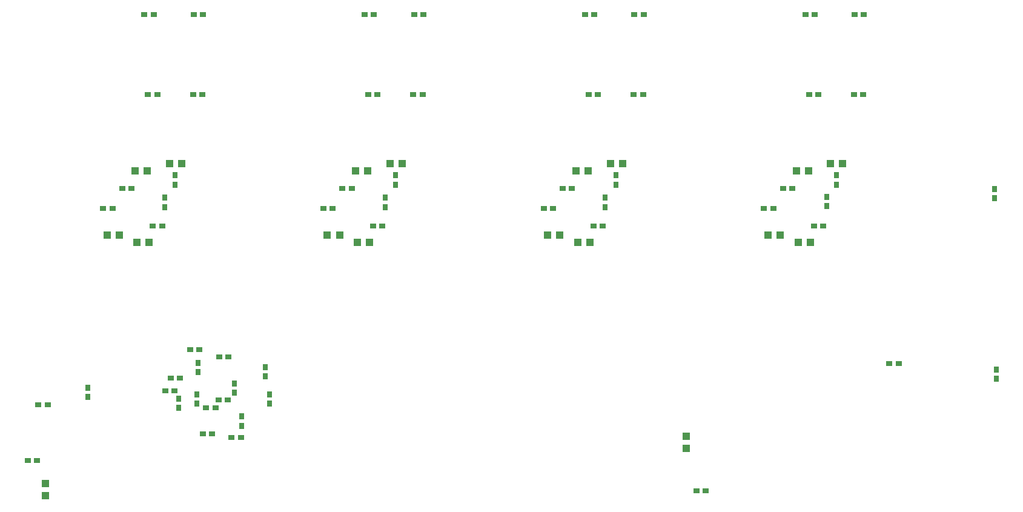
<source format=gbp>
%FSLAX24Y24*%
%MOIN*%
G70*
G01*
G75*
G04 Layer_Color=128*
G04 Layer_Color=128*
%ADD10R,0.0394X0.1083*%
%ADD11C,0.0177*%
%ADD12C,0.0197*%
%ADD13C,0.0400*%
%ADD14R,0.0866X0.0787*%
%ADD15R,0.0787X0.0866*%
%ADD16R,0.0945X0.1024*%
%ADD17R,0.0709X0.0630*%
%ADD18R,0.0433X0.0394*%
%ADD19R,0.0394X0.0433*%
%ADD20R,0.0512X0.0630*%
%ADD21R,0.0669X0.0177*%
%ADD22R,0.0669X0.0177*%
%ADD23R,0.0197X0.0591*%
%ADD24R,0.0630X0.0512*%
%ADD25R,0.0748X0.0197*%
%ADD26R,0.0197X0.0748*%
%ADD27R,0.0551X0.0787*%
%ADD28R,0.0807X0.0236*%
%ADD29O,0.0110X0.0394*%
%ADD30O,0.0394X0.0110*%
%ADD31R,0.0827X0.0354*%
%ADD32R,0.0827X0.0354*%
%ADD33R,0.1732X0.1441*%
%ADD34R,0.1024X0.0945*%
%ADD35R,0.0600X0.0300*%
%ADD36R,0.1400X0.1000*%
%ADD37R,0.0630X0.0709*%
%ADD38C,0.0100*%
%ADD39C,0.0060*%
%ADD40C,0.0070*%
%ADD41C,0.0090*%
%ADD42C,0.0160*%
%ADD43C,0.0120*%
%ADD44C,0.0300*%
%ADD45C,0.0250*%
%ADD46C,0.0200*%
%ADD47C,0.0433*%
%ADD48R,0.0591X0.0591*%
%ADD49C,0.0591*%
%ADD50C,0.0800*%
%ADD51C,0.1732*%
%ADD52C,0.1732*%
%ADD53C,0.0600*%
%ADD54C,0.0200*%
%ADD55C,0.0212*%
%ADD56C,0.0240*%
%ADD57C,0.0350*%
%ADD58C,0.0080*%
%ADD59R,0.0276X0.0354*%
%ADD60R,0.0354X0.0276*%
%ADD61C,0.0140*%
%ADD62C,0.0098*%
%ADD63C,0.0079*%
%ADD64R,0.1575X0.0098*%
%ADD65C,0.0050*%
D18*
X68524Y45276D02*
D03*
X69193D02*
D03*
X56398D02*
D03*
X57067D02*
D03*
X44272D02*
D03*
X44941D02*
D03*
X32146D02*
D03*
X32815D02*
D03*
X70314Y49606D02*
D03*
X70984D02*
D03*
X58188D02*
D03*
X58858D02*
D03*
X46062D02*
D03*
X46732D02*
D03*
X33936D02*
D03*
X34606D02*
D03*
X66869Y45669D02*
D03*
X67539D02*
D03*
X54743D02*
D03*
X55413D02*
D03*
X42617D02*
D03*
X43287D02*
D03*
X30491D02*
D03*
X31161D02*
D03*
X69094Y49213D02*
D03*
X68425D02*
D03*
X56968D02*
D03*
X56299D02*
D03*
X44843D02*
D03*
X44173D02*
D03*
X32717D02*
D03*
X32047D02*
D03*
D19*
X62362Y34587D02*
D03*
Y33917D02*
D03*
X27087Y31988D02*
D03*
Y31319D02*
D03*
D59*
X70118Y47264D02*
D03*
Y47776D02*
D03*
X79331Y48208D02*
D03*
Y47696D02*
D03*
X35450Y36906D02*
D03*
Y36394D02*
D03*
X39450Y36906D02*
D03*
Y36394D02*
D03*
X39200Y38406D02*
D03*
Y37894D02*
D03*
X37894Y35689D02*
D03*
Y35177D02*
D03*
X34449Y36161D02*
D03*
Y36673D02*
D03*
X35512Y38130D02*
D03*
Y38642D02*
D03*
X37500Y37506D02*
D03*
Y36994D02*
D03*
X29429Y37264D02*
D03*
Y36752D02*
D03*
X57913Y47716D02*
D03*
Y47204D02*
D03*
X45787Y47716D02*
D03*
Y47204D02*
D03*
X33661Y47716D02*
D03*
Y47204D02*
D03*
X70630Y48446D02*
D03*
Y48957D02*
D03*
X58504Y48446D02*
D03*
Y48957D02*
D03*
X46378Y48446D02*
D03*
Y48957D02*
D03*
X34252Y48446D02*
D03*
Y48957D02*
D03*
X79429Y38267D02*
D03*
Y37755D02*
D03*
D60*
X71605Y53400D02*
D03*
X72116D02*
D03*
X59479D02*
D03*
X59990D02*
D03*
X47353D02*
D03*
X47864D02*
D03*
X35227D02*
D03*
X35738D02*
D03*
X69634D02*
D03*
X69122D02*
D03*
X57508D02*
D03*
X56996D02*
D03*
X45382D02*
D03*
X44870D02*
D03*
X33256D02*
D03*
X32744D02*
D03*
X68922Y57800D02*
D03*
X69434D02*
D03*
X56796D02*
D03*
X57308D02*
D03*
X44670D02*
D03*
X45182D02*
D03*
X32544D02*
D03*
X33056D02*
D03*
X72151D02*
D03*
X71640D02*
D03*
X60025D02*
D03*
X59514D02*
D03*
X47899D02*
D03*
X47388D02*
D03*
X35773D02*
D03*
X35262D02*
D03*
X73544Y38583D02*
D03*
X74056D02*
D03*
X37343Y34528D02*
D03*
X37854D02*
D03*
X34508Y37795D02*
D03*
X33996D02*
D03*
X33701Y37106D02*
D03*
X34213D02*
D03*
X35768Y34744D02*
D03*
X36280D02*
D03*
X37185Y38976D02*
D03*
X36673D02*
D03*
X35059Y39370D02*
D03*
X35571D02*
D03*
X36634Y36614D02*
D03*
X37146D02*
D03*
X36456Y36150D02*
D03*
X35944D02*
D03*
X26713Y36319D02*
D03*
X27224D02*
D03*
X69902Y46161D02*
D03*
X69390D02*
D03*
X57776D02*
D03*
X57264D02*
D03*
X45650D02*
D03*
X45138D02*
D03*
X33524D02*
D03*
X33012D02*
D03*
X67165Y47146D02*
D03*
X66653D02*
D03*
X55039D02*
D03*
X54527D02*
D03*
X42913D02*
D03*
X42401D02*
D03*
X30787D02*
D03*
X30275D02*
D03*
X67697Y48228D02*
D03*
X68209D02*
D03*
X55571D02*
D03*
X56083D02*
D03*
X43446D02*
D03*
X43957D02*
D03*
X31320D02*
D03*
X31831D02*
D03*
X63445Y31614D02*
D03*
X62933D02*
D03*
X26121Y33268D02*
D03*
X26633D02*
D03*
M02*

</source>
